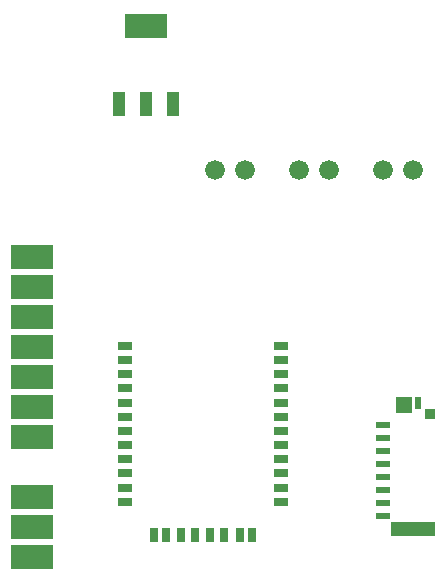
<source format=gtp>
G04 (created by PCBNEW-RS274X (2011-nov-30)-testing) date Wed 25 Apr 2012 08:27:10 PM CDT*
G01*
G70*
G90*
%MOIN*%
G04 Gerber Fmt 3.4, Leading zero omitted, Abs format*
%FSLAX34Y34*%
G04 APERTURE LIST*
%ADD10C,0.006000*%
%ADD11R,0.144000X0.080000*%
%ADD12R,0.040000X0.080000*%
%ADD13C,0.066000*%
%ADD14R,0.051200X0.031500*%
%ADD15R,0.031500X0.051200*%
%ADD16R,0.140000X0.080000*%
%ADD17R,0.049200X0.023600*%
%ADD18R,0.149200X0.047200*%
%ADD19R,0.055100X0.057100*%
%ADD20R,0.023600X0.039400*%
%ADD21R,0.033500X0.037400*%
G04 APERTURE END LIST*
G54D10*
G54D11*
X04600Y-01500D03*
G54D12*
X04600Y-04100D03*
X05500Y-04100D03*
X03700Y-04100D03*
G54D13*
X13500Y-06300D03*
X12500Y-06300D03*
X10700Y-06300D03*
X09700Y-06300D03*
X07900Y-06300D03*
X06900Y-06300D03*
G54D14*
X03900Y-12160D03*
X03900Y-12632D03*
X03900Y-13105D03*
X03900Y-13577D03*
X03900Y-14050D03*
X03900Y-14522D03*
X03900Y-14995D03*
X03900Y-15467D03*
X03900Y-15940D03*
X03900Y-16412D03*
X03900Y-16884D03*
X03900Y-17357D03*
X09097Y-17357D03*
X09097Y-16884D03*
X09097Y-16412D03*
X09097Y-15940D03*
X09097Y-15467D03*
X09097Y-14995D03*
X09097Y-14522D03*
X09097Y-14050D03*
X09097Y-13577D03*
X09097Y-13105D03*
X09097Y-12632D03*
X09097Y-12160D03*
G54D15*
X08152Y-18459D03*
X07758Y-18459D03*
X07207Y-18459D03*
X06735Y-18459D03*
X06262Y-18459D03*
X05790Y-18459D03*
X05278Y-18459D03*
X04884Y-18459D03*
G54D16*
X00800Y-09200D03*
X00800Y-10200D03*
X00800Y-11200D03*
X00800Y-12200D03*
X00800Y-13200D03*
X00800Y-14200D03*
X00800Y-15200D03*
X00800Y-17200D03*
X00800Y-18200D03*
X00800Y-19200D03*
G54D17*
X12522Y-14784D03*
X12522Y-15217D03*
X12522Y-15650D03*
X12522Y-16083D03*
X12522Y-16517D03*
X12522Y-16950D03*
X12522Y-17383D03*
X12522Y-17816D03*
G54D18*
X13498Y-18269D03*
G54D19*
X13201Y-14144D03*
G54D20*
X13693Y-14056D03*
G54D21*
X14077Y-14420D03*
M02*

</source>
